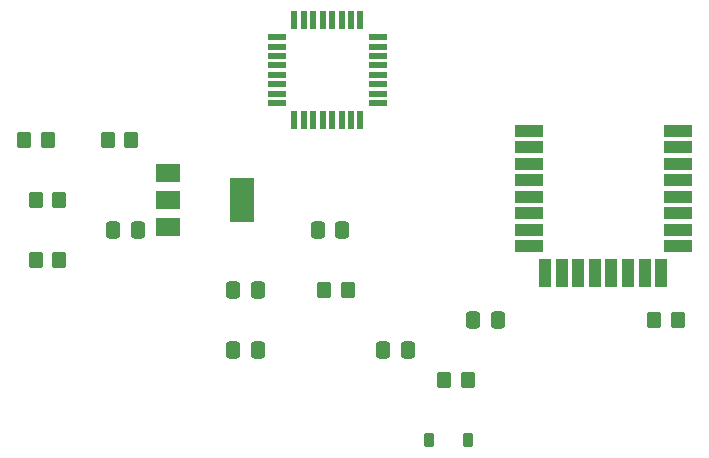
<source format=gbr>
G04 #@! TF.GenerationSoftware,KiCad,Pcbnew,7.0.10*
G04 #@! TF.CreationDate,2024-04-04T22:49:59-05:00*
G04 #@! TF.ProjectId,key,6b65792e-6b69-4636-9164-5f7063625858,rev?*
G04 #@! TF.SameCoordinates,Original*
G04 #@! TF.FileFunction,Paste,Top*
G04 #@! TF.FilePolarity,Positive*
%FSLAX46Y46*%
G04 Gerber Fmt 4.6, Leading zero omitted, Abs format (unit mm)*
G04 Created by KiCad (PCBNEW 7.0.10) date 2024-04-04 22:49:59*
%MOMM*%
%LPD*%
G01*
G04 APERTURE LIST*
G04 Aperture macros list*
%AMRoundRect*
0 Rectangle with rounded corners*
0 $1 Rounding radius*
0 $2 $3 $4 $5 $6 $7 $8 $9 X,Y pos of 4 corners*
0 Add a 4 corners polygon primitive as box body*
4,1,4,$2,$3,$4,$5,$6,$7,$8,$9,$2,$3,0*
0 Add four circle primitives for the rounded corners*
1,1,$1+$1,$2,$3*
1,1,$1+$1,$4,$5*
1,1,$1+$1,$6,$7*
1,1,$1+$1,$8,$9*
0 Add four rect primitives between the rounded corners*
20,1,$1+$1,$2,$3,$4,$5,0*
20,1,$1+$1,$4,$5,$6,$7,0*
20,1,$1+$1,$6,$7,$8,$9,0*
20,1,$1+$1,$8,$9,$2,$3,0*%
G04 Aperture macros list end*
%ADD10RoundRect,0.250000X-0.350000X-0.450000X0.350000X-0.450000X0.350000X0.450000X-0.350000X0.450000X0*%
%ADD11RoundRect,0.250000X0.350000X0.450000X-0.350000X0.450000X-0.350000X-0.450000X0.350000X-0.450000X0*%
%ADD12RoundRect,0.225000X-0.225000X-0.375000X0.225000X-0.375000X0.225000X0.375000X-0.225000X0.375000X0*%
%ADD13R,1.600000X0.550000*%
%ADD14R,0.550000X1.600000*%
%ADD15R,2.450000X1.000000*%
%ADD16R,1.000000X2.450000*%
%ADD17RoundRect,0.250000X-0.337500X-0.475000X0.337500X-0.475000X0.337500X0.475000X-0.337500X0.475000X0*%
%ADD18R,2.000000X1.500000*%
%ADD19R,2.000000X3.800000*%
%ADD20RoundRect,0.250000X0.337500X0.475000X-0.337500X0.475000X-0.337500X-0.475000X0.337500X-0.475000X0*%
G04 APERTURE END LIST*
D10*
G04 #@! TO.C,Gate-bias1*
X134620000Y-78740000D03*
X136620000Y-78740000D03*
G04 #@! TD*
D11*
G04 #@! TO.C,R2*
X154940000Y-91440000D03*
X152940000Y-91440000D03*
G04 #@! TD*
D12*
G04 #@! TO.C,D1*
X161800000Y-104140000D03*
X165100000Y-104140000D03*
G04 #@! TD*
D13*
G04 #@! TO.C,U1*
X157480000Y-75630000D03*
X157480000Y-74830000D03*
X157480000Y-74030000D03*
X157480000Y-73230000D03*
X157480000Y-72430000D03*
X157480000Y-71630000D03*
X157480000Y-70830000D03*
X157480000Y-70030000D03*
D14*
X156030000Y-68580000D03*
X155230000Y-68580000D03*
X154430000Y-68580000D03*
X153630000Y-68580000D03*
X152830000Y-68580000D03*
X152030000Y-68580000D03*
X151230000Y-68580000D03*
X150430000Y-68580000D03*
D13*
X148980000Y-70030000D03*
X148980000Y-70830000D03*
X148980000Y-71630000D03*
X148980000Y-72430000D03*
X148980000Y-73230000D03*
X148980000Y-74030000D03*
X148980000Y-74830000D03*
X148980000Y-75630000D03*
D14*
X150430000Y-77080000D03*
X151230000Y-77080000D03*
X152030000Y-77080000D03*
X152830000Y-77080000D03*
X153630000Y-77080000D03*
X154430000Y-77080000D03*
X155230000Y-77080000D03*
X156030000Y-77080000D03*
G04 #@! TD*
D11*
G04 #@! TO.C,PressureSensor1*
X129540000Y-78740000D03*
X127540000Y-78740000D03*
G04 #@! TD*
D15*
G04 #@! TO.C,DWM1*
X170280000Y-77941200D03*
X170280000Y-79341200D03*
X170280000Y-80741200D03*
X170280000Y-82141200D03*
X170280000Y-83541200D03*
X170280000Y-84941200D03*
X170280000Y-86341200D03*
X170280000Y-87741200D03*
D16*
X171680000Y-90036200D03*
X173080000Y-90036200D03*
X174480000Y-90036200D03*
X175880000Y-90036200D03*
X177280000Y-90036200D03*
X178680000Y-90036200D03*
X180080000Y-90036200D03*
X181480000Y-90036200D03*
D15*
X182880000Y-87740000D03*
X182880000Y-86340000D03*
X182880000Y-84941200D03*
X182880000Y-83541200D03*
X182880000Y-82141200D03*
X182880000Y-80741200D03*
X182880000Y-79341200D03*
X182880000Y-77941200D03*
G04 #@! TD*
D10*
G04 #@! TO.C,R4*
X163100000Y-99060000D03*
X165100000Y-99060000D03*
G04 #@! TD*
G04 #@! TO.C,RM1*
X128540000Y-88900000D03*
X130540000Y-88900000D03*
G04 #@! TD*
D17*
G04 #@! TO.C,C4*
X145245000Y-91440000D03*
X147320000Y-91440000D03*
G04 #@! TD*
G04 #@! TO.C,C6*
X157945000Y-96520000D03*
X160020000Y-96520000D03*
G04 #@! TD*
G04 #@! TO.C,C5*
X145245000Y-96520000D03*
X147320000Y-96520000D03*
G04 #@! TD*
G04 #@! TO.C,C3*
X152400000Y-86360000D03*
X154475000Y-86360000D03*
G04 #@! TD*
G04 #@! TO.C,C2*
X165565000Y-93980000D03*
X167640000Y-93980000D03*
G04 #@! TD*
D18*
G04 #@! TO.C,U3*
X139700000Y-81520000D03*
X139700000Y-83820000D03*
D19*
X146000000Y-83820000D03*
D18*
X139700000Y-86120000D03*
G04 #@! TD*
D10*
G04 #@! TO.C,Pulldown1*
X128540000Y-83820000D03*
X130540000Y-83820000D03*
G04 #@! TD*
G04 #@! TO.C,R1*
X180880000Y-93980000D03*
X182880000Y-93980000D03*
G04 #@! TD*
D20*
G04 #@! TO.C,C1*
X137160000Y-86360000D03*
X135085000Y-86360000D03*
G04 #@! TD*
M02*

</source>
